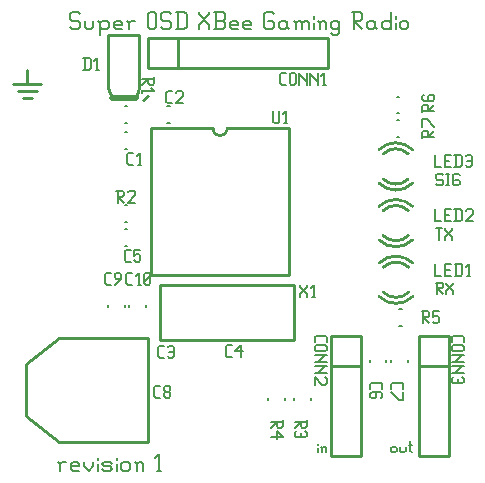
<source format=gbr>
G04 start of page 7 for group -4079 idx -4079 *
G04 Title: (unknown), topsilk *
G04 Creator: pcb 20091103 *
G04 CreationDate: Sun 30 Jan 2011 02:46:18 GMT UTC *
G04 For: thomas *
G04 Format: Gerber/RS-274X *
G04 PCB-Dimensions: 167323 163386 *
G04 PCB-Coordinate-Origin: lower left *
%MOIN*%
%FSLAX25Y25*%
%LNFRONTSILK*%
%ADD11C,0.0100*%
%ADD13C,0.0200*%
%ADD41C,0.0060*%
%ADD42C,0.0080*%
G54D11*X52757Y128740D02*X51182Y127165D01*
X12598Y137402D02*Y132677D01*
X7874D02*X17323D01*
X9449Y130315D02*X15748D01*
X11024Y127953D02*X14173D01*
G54D41*X150700Y102603D02*X151170Y102133D01*
X149290Y102603D02*X150700D01*
X148820Y102133D02*X149290Y102603D01*
X148820Y102133D02*Y101193D01*
X149290Y100723D01*
X150700D01*
X151170Y100253D01*
Y99313D01*
X150700Y98843D02*X151170Y99313D01*
X149290Y98843D02*X150700D01*
X148820Y99313D02*X149290Y98843D01*
X152298Y102603D02*X153238D01*
X152768D02*Y98843D01*
X152298D02*X153238D01*
X156247Y102603D02*X156717Y102133D01*
X154837Y102603D02*X156247D01*
X154367Y102133D02*X154837Y102603D01*
X154367Y102133D02*Y99313D01*
X154837Y98843D01*
X156247D01*
X156717Y99313D01*
Y100253D02*Y99313D01*
X156247Y100723D02*X156717Y100253D01*
X155307Y100723D02*X156247D01*
X148820Y66382D02*X150700D01*
X151170Y65912D01*
Y64972D01*
X150700Y64502D02*X151170Y64972D01*
X149290Y64502D02*X150700D01*
X149290Y66382D02*Y62622D01*
Y64502D02*X151170Y62622D01*
X152298Y66382D02*Y65912D01*
X154648Y63562D01*
Y62622D01*
X152298Y63562D02*Y62622D01*
Y63562D02*X154648Y65912D01*
Y66382D02*Y65912D01*
X148820Y84494D02*X150700D01*
X149760D02*Y80734D01*
X151828Y84494D02*Y84024D01*
X154178Y81674D01*
Y80734D01*
X151828Y81674D02*Y80734D01*
Y81674D02*X154178Y84024D01*
Y84494D02*Y84024D01*
X133859Y11277D02*Y10337D01*
Y11277D02*X134329Y11747D01*
X135269D01*
X135739Y11277D01*
Y10337D01*
X135269Y9867D02*X135739Y10337D01*
X134329Y9867D02*X135269D01*
X133859Y10337D02*X134329Y9867D01*
X136867Y11747D02*Y10337D01*
X137337Y9867D01*
X138277D01*
X138747Y10337D01*
Y11747D02*Y10337D01*
X140346Y13627D02*Y10337D01*
X140816Y9867D01*
X139876Y12217D02*X140816D01*
X109450Y12687D02*Y12217D01*
Y11277D02*Y9867D01*
X110860Y11277D02*Y9867D01*
Y11277D02*X111330Y11747D01*
X111800D01*
X112270Y11277D01*
Y9867D01*
X110390Y11747D02*X110860Y11277D01*
X23525Y5800D02*Y3730D01*
Y5800D02*X24215Y6490D01*
X25595D01*
X22835D02*X23525Y5800D01*
X27942Y3730D02*X30012D01*
X27252Y4420D02*X27942Y3730D01*
X27252Y5800D02*Y4420D01*
Y5800D02*X27942Y6490D01*
X29322D01*
X30012Y5800D01*
X27252Y5110D02*X30012D01*
Y5800D02*Y5110D01*
X31669Y6490D02*Y5110D01*
X33049Y3730D01*
X34429Y5110D01*
Y6490D02*Y5110D01*
X36087Y7870D02*Y7180D01*
Y5800D02*Y3730D01*
X38158D02*X40228D01*
X40918Y4420D01*
X40228Y5110D02*X40918Y4420D01*
X38158Y5110D02*X40228D01*
X37468Y5800D02*X38158Y5110D01*
X37468Y5800D02*X38158Y6490D01*
X40228D01*
X40918Y5800D01*
X37468Y4420D02*X38158Y3730D01*
X42575Y7870D02*Y7180D01*
Y5800D02*Y3730D01*
X43957Y5800D02*Y4420D01*
Y5800D02*X44647Y6490D01*
X46027D01*
X46717Y5800D01*
Y4420D01*
X46027Y3730D02*X46717Y4420D01*
X44647Y3730D02*X46027D01*
X43957Y4420D02*X44647Y3730D01*
X49064Y5800D02*Y3730D01*
Y5800D02*X49754Y6490D01*
X50444D01*
X51134Y5800D01*
Y3730D01*
X48374Y6490D02*X49064Y5800D01*
X55966Y3730D02*X57346D01*
X56656Y9250D02*Y3730D01*
X55276Y7870D02*X56656Y9250D01*
X29531Y156495D02*X30221Y155805D01*
X27461Y156495D02*X29531D01*
X26771Y155805D02*X27461Y156495D01*
X26771Y155805D02*Y154425D01*
X27461Y153735D01*
X29531D01*
X30221Y153045D01*
Y151665D01*
X29531Y150975D02*X30221Y151665D01*
X27461Y150975D02*X29531D01*
X26771Y151665D02*X27461Y150975D01*
X31878Y153735D02*Y151665D01*
X32568Y150975D01*
X33948D01*
X34638Y151665D01*
Y153735D02*Y151665D01*
X36985Y153045D02*Y148905D01*
X36295Y153735D02*X36985Y153045D01*
X37675Y153735D01*
X39055D01*
X39745Y153045D01*
Y151665D01*
X39055Y150975D02*X39745Y151665D01*
X37675Y150975D02*X39055D01*
X36985Y151665D02*X37675Y150975D01*
X42093D02*X44163D01*
X41403Y151665D02*X42093Y150975D01*
X41403Y153045D02*Y151665D01*
Y153045D02*X42093Y153735D01*
X43473D01*
X44163Y153045D01*
X41403Y152355D02*X44163D01*
Y153045D02*Y152355D01*
X46510Y153045D02*Y150975D01*
Y153045D02*X47200Y153735D01*
X48580D01*
X45820D02*X46510Y153045D01*
X52721Y155805D02*Y151665D01*
Y155805D02*X53411Y156495D01*
X54791D01*
X55481Y155805D01*
Y151665D01*
X54791Y150975D02*X55481Y151665D01*
X53411Y150975D02*X54791D01*
X52721Y151665D02*X53411Y150975D01*
X59899Y156495D02*X60589Y155805D01*
X57829Y156495D02*X59899D01*
X57139Y155805D02*X57829Y156495D01*
X57139Y155805D02*Y154425D01*
X57829Y153735D01*
X59899D01*
X60589Y153045D01*
Y151665D01*
X59899Y150975D02*X60589Y151665D01*
X57829Y150975D02*X59899D01*
X57139Y151665D02*X57829Y150975D01*
X62936Y156495D02*Y150975D01*
X65006Y156495D02*X65696Y155805D01*
Y151665D01*
X65006Y150975D02*X65696Y151665D01*
X62246Y150975D02*X65006D01*
X62246Y156495D02*X65006D01*
X69838D02*Y155805D01*
X73288Y152355D01*
Y150975D01*
X69838Y152355D02*Y150975D01*
Y152355D02*X73288Y155805D01*
Y156495D02*Y155805D01*
X74945Y150975D02*X77705D01*
X78395Y151665D01*
Y153045D02*Y151665D01*
X77705Y153735D02*X78395Y153045D01*
X75635Y153735D02*X77705D01*
X75635Y156495D02*Y150975D01*
X74945Y156495D02*X77705D01*
X78395Y155805D01*
Y154425D01*
X77705Y153735D02*X78395Y154425D01*
X80742Y150975D02*X82812D01*
X80052Y151665D02*X80742Y150975D01*
X80052Y153045D02*Y151665D01*
Y153045D02*X80742Y153735D01*
X82122D01*
X82812Y153045D01*
X80052Y152355D02*X82812D01*
Y153045D02*Y152355D01*
X85160Y150975D02*X87230D01*
X84470Y151665D02*X85160Y150975D01*
X84470Y153045D02*Y151665D01*
Y153045D02*X85160Y153735D01*
X86540D01*
X87230Y153045D01*
X84470Y152355D02*X87230D01*
Y153045D02*Y152355D01*
X94131Y156495D02*X94821Y155805D01*
X92061Y156495D02*X94131D01*
X91371Y155805D02*X92061Y156495D01*
X91371Y155805D02*Y151665D01*
X92061Y150975D01*
X94131D01*
X94821Y151665D01*
Y153045D02*Y151665D01*
X94131Y153735D02*X94821Y153045D01*
X92751Y153735D02*X94131D01*
X98548D02*X99238Y153045D01*
X97168Y153735D02*X98548D01*
X96478Y153045D02*X97168Y153735D01*
X96478Y153045D02*Y151665D01*
X97168Y150975D01*
X99238Y153735D02*Y151665D01*
X99928Y150975D01*
X97168D02*X98548D01*
X99238Y151665D01*
X102276Y153045D02*Y150975D01*
Y153045D02*X102966Y153735D01*
X103656D01*
X104346Y153045D01*
Y150975D01*
Y153045D02*X105036Y153735D01*
X105726D01*
X106416Y153045D01*
Y150975D01*
X101586Y153735D02*X102276Y153045D01*
X108073Y155115D02*Y154425D01*
Y153045D02*Y150975D01*
X110145Y153045D02*Y150975D01*
Y153045D02*X110835Y153735D01*
X111525D01*
X112215Y153045D01*
Y150975D01*
X109455Y153735D02*X110145Y153045D01*
X115942Y153735D02*X116632Y153045D01*
X114562Y153735D02*X115942D01*
X113872Y153045D02*X114562Y153735D01*
X113872Y153045D02*Y151665D01*
X114562Y150975D01*
X115942D01*
X116632Y151665D01*
X113872Y149595D02*X114562Y148905D01*
X115942D01*
X116632Y149595D01*
Y153735D02*Y149595D01*
X120773Y156495D02*X123533D01*
X124223Y155805D01*
Y154425D01*
X123533Y153735D02*X124223Y154425D01*
X121463Y153735D02*X123533D01*
X121463Y156495D02*Y150975D01*
Y153735D02*X124223Y150975D01*
X127951Y153735D02*X128641Y153045D01*
X126571Y153735D02*X127951D01*
X125881Y153045D02*X126571Y153735D01*
X125881Y153045D02*Y151665D01*
X126571Y150975D01*
X128641Y153735D02*Y151665D01*
X129331Y150975D01*
X126571D02*X127951D01*
X128641Y151665D01*
X133748Y156495D02*Y150975D01*
X133058D02*X133748Y151665D01*
X131678Y150975D02*X133058D01*
X130988Y151665D02*X131678Y150975D01*
X130988Y153045D02*Y151665D01*
Y153045D02*X131678Y153735D01*
X133058D01*
X133748Y153045D01*
X135405Y155115D02*Y154425D01*
Y153045D02*Y150975D01*
X136787Y153045D02*Y151665D01*
Y153045D02*X137477Y153735D01*
X138857D01*
X139547Y153045D01*
Y151665D01*
X138857Y150975D02*X139547Y151665D01*
X137477Y150975D02*X138857D01*
X136787Y151665D02*X137477Y150975D01*
G54D42*X136616Y57479D02*X137402D01*
X136616Y51969D02*X137402D01*
X139369Y40551D02*Y39765D01*
X133859Y40551D02*Y39765D01*
X132271Y40551D02*Y39765D01*
X126761Y40551D02*Y39765D01*
G54D11*X131350Y63163D02*G75*G03X139693Y63162I4171J4171D01*G01*
X139693Y71506D02*G75*G03X131350Y71505I-4171J-4171D01*G01*
X129935Y61748D02*G75*G03X141108Y61747I5586J5586D01*G01*
X141108Y72921D02*G75*G03X129935Y72920I-5586J-5586D01*G01*
X131262Y100947D02*G75*G03X139605Y100946I4171J4171D01*G01*
X139605Y109290D02*G75*G03X131262Y109289I-4171J-4171D01*G01*
X129847Y99532D02*G75*G03X141020Y99531I5586J5586D01*G01*
X141020Y110705D02*G75*G03X129847Y110704I-5586J-5586D01*G01*
X131262Y82049D02*G75*G03X139605Y82048I4171J4171D01*G01*
X139605Y90392D02*G75*G03X131262Y90391I-4171J-4171D01*G01*
X129847Y80634D02*G75*G03X141020Y80633I5586J5586D01*G01*
X141020Y91807D02*G75*G03X129847Y91806I-5586J-5586D01*G01*
G54D42*X101576Y27952D02*Y27166D01*
X107086Y27952D02*Y27166D01*
X92916Y27952D02*Y27166D01*
X98426Y27952D02*Y27166D01*
G54D11*X113898Y48701D02*Y8701D01*
X123898D01*
Y48701D02*Y8701D01*
X113898Y48701D02*X123898D01*
X113898Y38701D02*X123898D01*
Y48701D02*Y38701D01*
X143032Y48701D02*Y8701D01*
X153032D01*
Y48701D02*Y8701D01*
X143032Y48701D02*X153032D01*
X143032Y38701D02*X153032D01*
Y48701D02*Y38701D01*
G54D42*X45089Y92136D02*X45875D01*
X45089Y86626D02*X45875D01*
G54D11*X12195Y39202D02*X23095Y47902D01*
X52995D01*
Y13302D01*
X23095D02*X52995D01*
X23095D02*X12195Y22002D01*
Y39202D02*Y22002D01*
G54D42*X45089Y78752D02*X45875D01*
X45089Y84262D02*X45875D01*
X39578Y59066D02*Y58280D01*
X45088Y59066D02*Y58280D01*
X45089Y119697D02*X45875D01*
X45089Y125207D02*X45875D01*
G54D11*X56982Y65560D02*X101666D01*
Y47254D01*
X56982D01*
Y65560D01*
G54D42*X59263Y125207D02*X60049D01*
X59263Y119697D02*X60049D01*
G54D11*X53868Y117850D02*Y68850D01*
X99868D01*
Y117850D02*Y68850D01*
X53868Y117850D02*X74368D01*
X79368D02*X99868D01*
X74368D02*G75*G03X79368Y117850I2500J0D01*G01*
G54D42*X45090Y111037D02*X45876D01*
X45090Y116547D02*X45876D01*
G54D13*X40695Y127988D02*X48695D01*
G54D11*X49795Y131388D01*
Y148988D02*Y131388D01*
X39595Y148988D02*X49795D01*
X39595D02*Y131388D01*
X40695Y127988D01*
G54D42*X46664Y59066D02*Y58280D01*
X52174Y59066D02*Y58280D01*
G54D11*X52766Y137925D02*X112766D01*
Y147925D02*Y137925D01*
X52766Y147925D02*X112766D01*
X52766D02*Y137925D01*
X62766Y147925D02*Y137925D01*
X52766Y147925D02*X62766D01*
G54D42*X135828Y120471D02*X136614D01*
X135828Y114961D02*X136614D01*
X135828Y128345D02*X136614D01*
X135828Y122835D02*X136614D01*
G54D41*X144094Y56874D02*X146094D01*
X146594Y56374D01*
Y55374D01*
X146094Y54874D02*X146594Y55374D01*
X144594Y54874D02*X146094D01*
X144594Y56874D02*Y52874D01*
Y54874D02*X146594Y52874D01*
X147795Y56874D02*X149795D01*
X147795D02*Y54874D01*
X148295Y55374D01*
X149295D01*
X149795Y54874D01*
Y53374D01*
X149295Y52874D02*X149795Y53374D01*
X148295Y52874D02*X149295D01*
X147795Y53374D02*X148295Y52874D01*
X133977Y32571D02*Y31071D01*
X134477Y33071D02*X133977Y32571D01*
X134477Y33071D02*X137477D01*
X137977Y32571D01*
Y31071D01*
X133977Y29870D02*X136477Y27370D01*
X137977D01*
Y29870D02*Y27370D01*
X126879Y32571D02*Y31071D01*
X127379Y33071D02*X126879Y32571D01*
X127379Y33071D02*X130379D01*
X130879Y32571D01*
Y31071D01*
Y28370D02*X130379Y27870D01*
X130879Y29370D02*Y28370D01*
X130379Y29870D02*X130879Y29370D01*
X127379Y29870D02*X130379D01*
X127379D02*X126879Y29370D01*
X128879Y28370D02*X128379Y27870D01*
X128879Y29870D02*Y28370D01*
X126879Y29370D02*Y28370D01*
X127379Y27870D01*
X128379D01*
X154032Y48201D02*Y46701D01*
X154532Y48701D02*X154032Y48201D01*
X154532Y48701D02*X157532D01*
X158032Y48201D01*
Y46701D01*
X154532Y45500D02*X157532D01*
X158032Y45000D01*
Y44000D01*
X157532Y43500D01*
X154532D02*X157532D01*
X154032Y44000D02*X154532Y43500D01*
X154032Y45000D02*Y44000D01*
X154532Y45500D02*X154032Y45000D01*
Y42299D02*X158032D01*
X157532D02*X158032D01*
X157532D02*X155032Y39799D01*
X154032D02*X158032D01*
X154032Y38598D02*X158032D01*
X157532D02*X158032D01*
X157532D02*X155032Y36098D01*
X154032D02*X158032D01*
X157532Y34897D02*X158032Y34397D01*
Y33397D01*
X157532Y32897D01*
X154532D02*X157532D01*
X154032Y33397D02*X154532Y32897D01*
X154032Y34397D02*Y33397D01*
X154532Y34897D02*X154032Y34397D01*
X156032D02*Y32897D01*
X97360Y132390D02*X98860D01*
X96860Y132890D02*X97360Y132390D01*
X96860Y135890D02*Y132890D01*
Y135890D02*X97360Y136390D01*
X98860D01*
X100061Y135890D02*Y132890D01*
Y135890D02*X100561Y136390D01*
X101561D01*
X102061Y135890D01*
Y132890D01*
X101561Y132390D02*X102061Y132890D01*
X100561Y132390D02*X101561D01*
X100061Y132890D02*X100561Y132390D01*
X103262Y136390D02*Y132390D01*
Y136390D02*Y135890D01*
X105762Y133390D01*
Y136390D02*Y132390D01*
X106963Y136390D02*Y132390D01*
Y136390D02*Y135890D01*
X109463Y133390D01*
Y136390D02*Y132390D01*
X111164D02*X112164D01*
X111664Y136390D02*Y132390D01*
X110664Y135390D02*X111664Y136390D01*
X94553Y123546D02*Y120046D01*
X95053Y119546D01*
X96053D01*
X96553Y120046D01*
Y123546D02*Y120046D01*
X98254Y119546D02*X99254D01*
X98754Y123546D02*Y119546D01*
X97754Y122546D02*X98754Y123546D01*
X148672Y72719D02*Y68719D01*
X150672D01*
X151873Y70719D02*X153373D01*
X151873Y68719D02*X153873D01*
X151873Y72719D02*Y68719D01*
Y72719D02*X153873D01*
X155574D02*Y68719D01*
X157074Y72719D02*X157574Y72219D01*
Y69219D01*
X157074Y68719D02*X157574Y69219D01*
X155074Y68719D02*X157074D01*
X155074Y72719D02*X157074D01*
X159275Y68719D02*X160275D01*
X159775Y72719D02*Y68719D01*
X158775Y71719D02*X159775Y72719D01*
X148584Y108929D02*Y104929D01*
X150584D01*
X151785Y106929D02*X153285D01*
X151785Y104929D02*X153785D01*
X151785Y108929D02*Y104929D01*
Y108929D02*X153785D01*
X155486D02*Y104929D01*
X156986Y108929D02*X157486Y108429D01*
Y105429D01*
X156986Y104929D02*X157486Y105429D01*
X154986Y104929D02*X156986D01*
X154986Y108929D02*X156986D01*
X158687Y108429D02*X159187Y108929D01*
X160187D01*
X160687Y108429D01*
Y105429D01*
X160187Y104929D02*X160687Y105429D01*
X159187Y104929D02*X160187D01*
X158687Y105429D02*X159187Y104929D01*
Y106929D02*X160687D01*
X148585Y90818D02*Y86818D01*
X150585D01*
X151786Y88818D02*X153286D01*
X151786Y86818D02*X153786D01*
X151786Y90818D02*Y86818D01*
Y90818D02*X153786D01*
X155487D02*Y86818D01*
X156987Y90818D02*X157487Y90318D01*
Y87318D01*
X156987Y86818D02*X157487Y87318D01*
X154987Y86818D02*X156987D01*
X154987Y90818D02*X156987D01*
X158688Y90318D02*X159188Y90818D01*
X160688D01*
X161188Y90318D01*
Y89318D01*
X158688Y86818D02*X161188Y89318D01*
X158688Y86818D02*X161188D01*
X144307Y116566D02*Y114566D01*
Y116566D02*X144807Y117066D01*
X145807D01*
X146307Y116566D02*X145807Y117066D01*
X146307Y116566D02*Y115066D01*
X144307D02*X148307D01*
X146307D02*X148307Y117066D01*
Y118267D02*X145807Y120767D01*
X144307D02*X145807D01*
X144307D02*Y118267D01*
Y125229D02*Y123229D01*
Y125229D02*X144807Y125729D01*
X145807D01*
X146307Y125229D02*X145807Y125729D01*
X146307Y125229D02*Y123729D01*
X144307D02*X148307D01*
X146307D02*X148307Y125729D01*
X144307Y128430D02*X144807Y128930D01*
X144307Y128430D02*Y127430D01*
X144807Y126930D02*X144307Y127430D01*
X144807Y126930D02*X147807D01*
X148307Y127430D01*
X146307Y128430D02*X146807Y128930D01*
X146307Y128430D02*Y126930D01*
X148307Y128430D02*Y127430D01*
Y128430D02*X147807Y128930D01*
X146807D02*X147807D01*
X105695Y20473D02*Y18473D01*
X105195Y17973D01*
X104195D02*X105195D01*
X103695Y18473D02*X104195Y17973D01*
X103695Y19973D02*Y18473D01*
X101695Y19973D02*X105695D01*
X103695D02*X101695Y17973D01*
X105195Y16772D02*X105695Y16272D01*
Y15272D01*
X105195Y14772D01*
X102195D02*X105195D01*
X101695Y15272D02*X102195Y14772D01*
X101695Y16272D02*Y15272D01*
X102195Y16772D02*X101695Y16272D01*
X103695D02*Y14772D01*
X97819Y20472D02*Y18472D01*
X97319Y17972D01*
X96319D02*X97319D01*
X95819Y18472D02*X96319Y17972D01*
X95819Y19972D02*Y18472D01*
X93819Y19972D02*X97819D01*
X95819D02*X93819Y17972D01*
X95819Y16771D02*X97819Y14771D01*
X95819Y16771D02*Y14271D01*
X93819Y14771D02*X97819D01*
X103439Y65548D02*Y65048D01*
X105939Y62548D01*
Y61548D01*
X103439Y62548D02*Y61548D01*
Y62548D02*X105939Y65048D01*
Y65548D02*Y65048D01*
X107640Y61548D02*X108640D01*
X108140Y65548D02*Y61548D01*
X107140Y64548D02*X108140Y65548D01*
X79231Y41545D02*X80731D01*
X78731Y42045D02*X79231Y41545D01*
X78731Y45045D02*Y42045D01*
Y45045D02*X79231Y45545D01*
X80731D01*
X81932Y43545D02*X83932Y45545D01*
X81932Y43545D02*X84432D01*
X83932Y45545D02*Y41545D01*
X108361Y48202D02*Y46702D01*
X108861Y48702D02*X108361Y48202D01*
X108861Y48702D02*X111861D01*
X112361Y48202D01*
Y46702D01*
X108861Y45501D02*X111861D01*
X112361Y45001D01*
Y44001D01*
X111861Y43501D01*
X108861D02*X111861D01*
X108361Y44001D02*X108861Y43501D01*
X108361Y45001D02*Y44001D01*
X108861Y45501D02*X108361Y45001D01*
Y42300D02*X112361D01*
X111861D02*X112361D01*
X111861D02*X109361Y39800D01*
X108361D02*X112361D01*
X108361Y38599D02*X112361D01*
X111861D02*X112361D01*
X111861D02*X109361Y36099D01*
X108361D02*X112361D01*
X111861Y34898D02*X112361Y34398D01*
Y32898D01*
X111861Y32398D01*
X110861D02*X111861D01*
X108361Y34898D02*X110861Y32398D01*
X108361Y34898D02*Y32398D01*
X56809Y41369D02*X58309D01*
X56309Y41869D02*X56809Y41369D01*
X56309Y44869D02*Y41869D01*
Y44869D02*X56809Y45369D01*
X58309D01*
X59510Y44869D02*X60010Y45369D01*
X61010D01*
X61510Y44869D01*
Y41869D01*
X61010Y41369D02*X61510Y41869D01*
X60010Y41369D02*X61010D01*
X59510Y41869D02*X60010Y41369D01*
Y43369D02*X61510D01*
X55514Y28079D02*X57014D01*
X55014Y28579D02*X55514Y28079D01*
X55014Y31579D02*Y28579D01*
Y31579D02*X55514Y32079D01*
X57014D01*
X58215Y28579D02*X58715Y28079D01*
X58215Y29579D02*Y28579D01*
Y29579D02*X58715Y30079D01*
X59715D01*
X60215Y29579D01*
Y28579D01*
X59715Y28079D02*X60215Y28579D01*
X58715Y28079D02*X59715D01*
X58215Y30579D02*X58715Y30079D01*
X58215Y31579D02*Y30579D01*
Y31579D02*X58715Y32079D01*
X59715D01*
X60215Y31579D01*
Y30579D01*
X59715Y30079D02*X60215Y30579D01*
X59368Y126114D02*X60868D01*
X58868Y126614D02*X59368Y126114D01*
X58868Y129614D02*Y126614D01*
Y129614D02*X59368Y130114D01*
X60868D01*
X62069Y129614D02*X62569Y130114D01*
X64069D01*
X64569Y129614D01*
Y128614D01*
X62069Y126114D02*X64569Y128614D01*
X62069Y126114D02*X64569D01*
X31808Y141327D02*Y137327D01*
X33308Y141327D02*X33808Y140827D01*
Y137827D01*
X33308Y137327D02*X33808Y137827D01*
X31308Y137327D02*X33308D01*
X31308Y141327D02*X33308D01*
X35509Y137327D02*X36509D01*
X36009Y141327D02*Y137327D01*
X35009Y140327D02*X36009Y141327D01*
X54896Y134849D02*Y132849D01*
X54396Y132349D01*
X53396D02*X54396D01*
X52896Y132849D02*X53396Y132349D01*
X52896Y134349D02*Y132849D01*
X50896Y134349D02*X54896D01*
X52896D02*X50896Y132349D01*
Y130648D02*Y129648D01*
Y130148D02*X54896D01*
X53896Y131148D02*X54896Y130148D01*
X46357Y105618D02*X47857D01*
X45857Y106118D02*X46357Y105618D01*
X45857Y109118D02*Y106118D01*
Y109118D02*X46357Y109618D01*
X47857D01*
X49558Y105618D02*X50558D01*
X50058Y109618D02*Y105618D01*
X49058Y108618D02*X50058Y109618D01*
X42332Y97043D02*X44332D01*
X44832Y96543D01*
Y95543D01*
X44332Y95043D02*X44832Y95543D01*
X42832Y95043D02*X44332D01*
X42832Y97043D02*Y93043D01*
Y95043D02*X44832Y93043D01*
X46033Y96543D02*X46533Y97043D01*
X48033D01*
X48533Y96543D01*
Y95543D01*
X46033Y93043D02*X48533Y95543D01*
X46033Y93043D02*X48533D01*
X45569Y73336D02*X47069D01*
X45069Y73836D02*X45569Y73336D01*
X45069Y76836D02*Y73836D01*
Y76836D02*X45569Y77336D01*
X47069D01*
X48270D02*X50270D01*
X48270D02*Y75336D01*
X48770Y75836D01*
X49770D01*
X50270Y75336D01*
Y73836D01*
X49770Y73336D02*X50270Y73836D01*
X48770Y73336D02*X49770D01*
X48270Y73836D02*X48770Y73336D01*
X39094Y65661D02*X40594D01*
X38594Y66161D02*X39094Y65661D01*
X38594Y69161D02*Y66161D01*
Y69161D02*X39094Y69661D01*
X40594D01*
X41795Y65661D02*X43795Y67661D01*
Y69161D02*Y67661D01*
X43295Y69661D02*X43795Y69161D01*
X42295Y69661D02*X43295D01*
X41795Y69161D02*X42295Y69661D01*
X41795Y69161D02*Y68161D01*
X42295Y67661D01*
X43795D01*
X46180Y65661D02*X47680D01*
X45680Y66161D02*X46180Y65661D01*
X45680Y69161D02*Y66161D01*
Y69161D02*X46180Y69661D01*
X47680D01*
X49381Y65661D02*X50381D01*
X49881Y69661D02*Y65661D01*
X48881Y68661D02*X49881Y69661D01*
X51582Y66161D02*X52082Y65661D01*
X51582Y69161D02*Y66161D01*
Y69161D02*X52082Y69661D01*
X53082D01*
X53582Y69161D01*
Y66161D01*
X53082Y65661D02*X53582Y66161D01*
X52082Y65661D02*X53082D01*
X51582Y66661D02*X53582Y68661D01*
M02*

</source>
